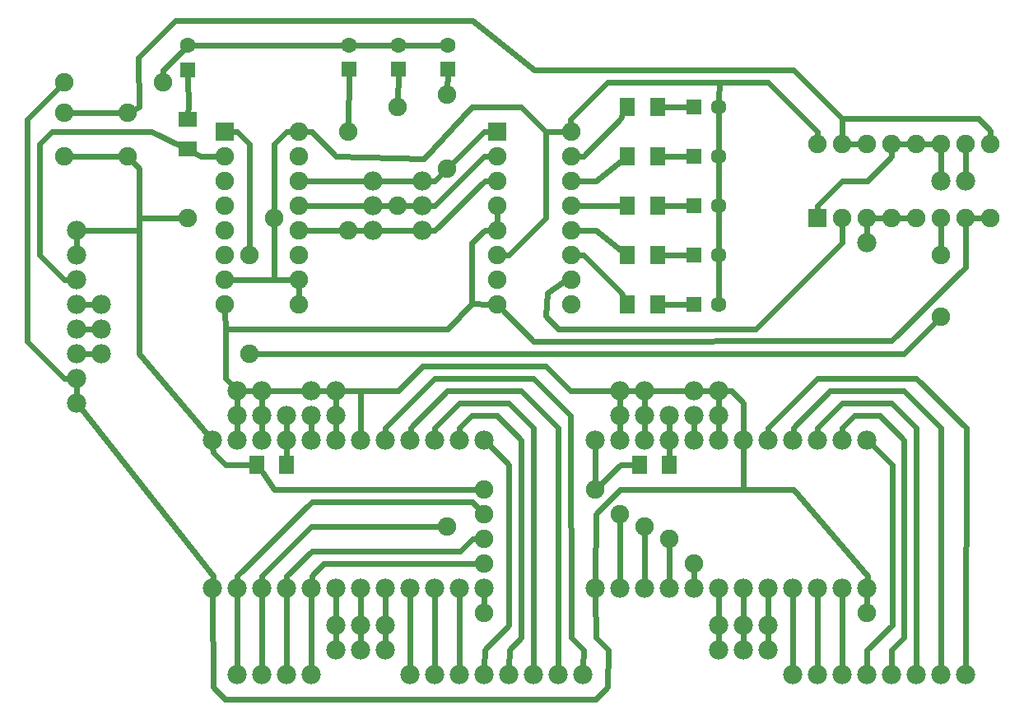
<source format=gbl>
G04 MADE WITH FRITZING*
G04 WWW.FRITZING.ORG*
G04 SINGLE SIDED*
G04 HOLES NOT PLATED*
G04 CONTOUR ON CENTER OF CONTOUR VECTOR*
%ASAXBY*%
%FSLAX23Y23*%
%MOIN*%
%OFA0B0*%
%SFA1.0B1.0*%
%ADD10C,0.075000*%
%ADD11C,0.078000*%
%ADD12C,0.062992*%
%ADD13R,0.075000X0.075000*%
%ADD14R,0.062992X0.074803*%
%ADD15R,0.062992X0.062992*%
%ADD16R,0.074803X0.062992*%
%ADD17C,0.024000*%
%LNCOPPER0*%
G90*
G70*
G54D10*
X393Y2475D03*
X649Y2475D03*
X393Y2298D03*
X649Y2298D03*
G54D11*
X3043Y1248D03*
X3043Y1348D03*
X2743Y1348D03*
X2643Y1348D03*
X2743Y1348D03*
X2643Y1348D03*
X2643Y1248D03*
X2743Y1248D03*
X1493Y1248D03*
X1493Y1348D03*
X1193Y1348D03*
X1093Y1348D03*
X1193Y1348D03*
X1093Y1348D03*
X1093Y1248D03*
X1193Y1248D03*
X2943Y1248D03*
X2943Y1348D03*
X3643Y1948D03*
X2843Y1248D03*
X1293Y1248D03*
X1393Y1248D03*
X1393Y1348D03*
X543Y1498D03*
X543Y1598D03*
X543Y1698D03*
X3943Y2198D03*
X4043Y2198D03*
X443Y1998D03*
X443Y1898D03*
X443Y1798D03*
X443Y1698D03*
X443Y1598D03*
X443Y1498D03*
X443Y1398D03*
X443Y1298D03*
X1643Y2198D03*
X1643Y2098D03*
X1643Y1998D03*
X1843Y2198D03*
X1843Y2098D03*
X1843Y1998D03*
X3243Y298D03*
X3143Y298D03*
X3043Y298D03*
X1693Y298D03*
X1593Y298D03*
X1493Y298D03*
X1693Y398D03*
X1593Y398D03*
X1493Y398D03*
X3243Y398D03*
X3143Y398D03*
X3043Y398D03*
G54D10*
X793Y2598D03*
X393Y2598D03*
X1243Y2048D03*
X893Y2048D03*
X1143Y1498D03*
X1143Y1898D03*
X1043Y2398D03*
X1343Y2398D03*
X1043Y2298D03*
X1343Y2298D03*
X1043Y2198D03*
X1343Y2198D03*
X1043Y2098D03*
X1343Y2098D03*
X1043Y1998D03*
X1343Y1998D03*
X1043Y1898D03*
X1343Y1898D03*
X1043Y1798D03*
X1343Y1798D03*
X1043Y1698D03*
X1343Y1698D03*
X2144Y2399D03*
X2444Y2399D03*
X2144Y2299D03*
X2444Y2299D03*
X2144Y2199D03*
X2444Y2199D03*
X2144Y2099D03*
X2444Y2099D03*
X2144Y1999D03*
X2444Y1999D03*
X2144Y1899D03*
X2444Y1899D03*
X2144Y1799D03*
X2444Y1799D03*
X2144Y1699D03*
X2444Y1699D03*
X3443Y2048D03*
X3443Y2348D03*
X3543Y2048D03*
X3543Y2348D03*
X3643Y2048D03*
X3643Y2348D03*
X3743Y2048D03*
X3743Y2348D03*
X3843Y2048D03*
X3843Y2348D03*
X3943Y2048D03*
X3943Y2348D03*
X4043Y2048D03*
X4043Y2348D03*
G54D11*
X2543Y548D03*
X2643Y548D03*
X2743Y548D03*
X2843Y548D03*
X2943Y548D03*
X3043Y548D03*
X3143Y548D03*
X3243Y548D03*
X3343Y548D03*
X3443Y548D03*
X3543Y548D03*
X3643Y548D03*
X993Y548D03*
X1093Y548D03*
X1193Y548D03*
X1293Y548D03*
X1393Y548D03*
X1493Y548D03*
X1593Y548D03*
X1693Y548D03*
X1793Y548D03*
X1893Y548D03*
X1993Y548D03*
X2093Y548D03*
X2543Y1148D03*
X2643Y1148D03*
X2743Y1148D03*
X2843Y1148D03*
X2943Y1148D03*
X3043Y1148D03*
X3143Y1148D03*
X3243Y1148D03*
X3343Y1148D03*
X3443Y1148D03*
X3543Y1148D03*
X3643Y1148D03*
X993Y1148D03*
X1093Y1148D03*
X1193Y1148D03*
X1293Y1148D03*
X1393Y1148D03*
X1493Y1148D03*
X1593Y1148D03*
X1693Y1148D03*
X1793Y1148D03*
X1893Y1148D03*
X1993Y1148D03*
X2093Y1148D03*
X3343Y198D03*
X3443Y198D03*
X3543Y198D03*
X3643Y198D03*
X3743Y198D03*
X3843Y198D03*
X3943Y198D03*
X4043Y198D03*
X1793Y198D03*
X1893Y198D03*
X1993Y198D03*
X2093Y198D03*
X2193Y198D03*
X2293Y198D03*
X2393Y198D03*
X2493Y198D03*
X1093Y198D03*
X1193Y198D03*
X1293Y198D03*
X1393Y198D03*
G54D10*
X2093Y448D03*
X3643Y448D03*
X2093Y948D03*
X2543Y948D03*
X2093Y848D03*
X2643Y848D03*
X1943Y798D03*
X2743Y798D03*
X2093Y748D03*
X2843Y748D03*
X2093Y648D03*
X2943Y648D03*
G54D12*
X2942Y1899D03*
X3041Y1899D03*
X2942Y1699D03*
X3041Y1699D03*
X2942Y2099D03*
X3041Y2099D03*
X2942Y2299D03*
X3041Y2299D03*
X2942Y2499D03*
X3041Y2499D03*
X1944Y2650D03*
X1944Y2749D03*
X1744Y2650D03*
X1744Y2749D03*
X893Y2648D03*
X893Y2747D03*
X1544Y2650D03*
X1544Y2749D03*
G54D10*
X4143Y2348D03*
X4143Y2048D03*
X1943Y2248D03*
X1943Y2548D03*
X1743Y2098D03*
X1743Y2498D03*
X1543Y1998D03*
X1543Y2398D03*
X3943Y1898D03*
X3943Y1648D03*
G54D13*
X1043Y2398D03*
X2144Y2399D03*
X3443Y2048D03*
G54D14*
X1293Y1048D03*
X1171Y1048D03*
X2843Y1048D03*
X2721Y1048D03*
G54D15*
X2942Y1899D03*
X2942Y1699D03*
X2942Y2099D03*
X2942Y2299D03*
X2942Y2499D03*
X1944Y2650D03*
X1744Y2650D03*
X893Y2648D03*
X1544Y2650D03*
G54D14*
X2672Y1699D03*
X2794Y1699D03*
X2672Y1899D03*
X2794Y1899D03*
X2672Y2099D03*
X2794Y2099D03*
X2672Y2299D03*
X2794Y2299D03*
G54D16*
X893Y2326D03*
X893Y2448D03*
G54D14*
X2672Y2499D03*
X2794Y2499D03*
G54D17*
X1293Y1178D02*
X1293Y1218D01*
D02*
X2843Y1178D02*
X2843Y1218D01*
D02*
X1044Y1597D02*
X1044Y1398D01*
D02*
X1044Y1398D02*
X1072Y1370D01*
D02*
X1043Y1669D02*
X1044Y1597D01*
D02*
X1293Y1118D02*
X1293Y1080D01*
D02*
X1243Y947D02*
X1194Y1016D01*
D02*
X243Y1547D02*
X391Y1398D01*
D02*
X391Y1398D02*
X413Y1398D01*
D02*
X243Y2449D02*
X243Y1547D01*
D02*
X373Y2578D02*
X243Y2449D01*
D02*
X792Y2647D02*
X792Y2627D01*
D02*
X874Y2728D02*
X792Y2647D01*
D02*
X1243Y1799D02*
X1071Y1798D01*
D02*
X694Y2048D02*
X864Y2048D01*
D02*
X473Y1498D02*
X513Y1498D01*
D02*
X473Y1598D02*
X513Y1598D01*
D02*
X473Y1698D02*
X513Y1698D01*
D02*
X3643Y1978D02*
X3643Y2019D01*
D02*
X620Y2475D02*
X421Y2475D01*
D02*
X3543Y2450D02*
X3543Y2377D01*
D02*
X2294Y2648D02*
X3345Y2648D01*
D02*
X2044Y2848D02*
X2294Y2648D01*
D02*
X843Y2849D02*
X2044Y2848D01*
D02*
X3345Y2648D02*
X3543Y2450D01*
D02*
X3571Y2348D02*
X3614Y2348D01*
D02*
X3243Y2598D02*
X3442Y2399D01*
D02*
X2443Y2449D02*
X2592Y2598D01*
D02*
X3045Y2598D02*
X3243Y2598D01*
D02*
X3442Y2399D02*
X3443Y2377D01*
D02*
X2592Y2598D02*
X3045Y2598D01*
D02*
X2443Y2427D02*
X2443Y2449D01*
D02*
X3814Y2348D02*
X3771Y2348D01*
D02*
X3871Y2348D02*
X3914Y2348D01*
D02*
X3442Y2097D02*
X3543Y2198D01*
D02*
X3742Y2298D02*
X3742Y2319D01*
D02*
X3644Y2198D02*
X3742Y2298D01*
D02*
X3543Y2198D02*
X3644Y2198D01*
D02*
X3443Y2077D02*
X3442Y2097D01*
D02*
X3943Y2319D02*
X3943Y2228D01*
D02*
X4043Y2319D02*
X4043Y2228D01*
D02*
X3743Y1550D02*
X2292Y1549D01*
D02*
X2292Y1549D02*
X2164Y1678D01*
D02*
X4043Y1849D02*
X3743Y1550D01*
D02*
X4043Y2019D02*
X4043Y1849D01*
D02*
X2342Y1650D02*
X2393Y1599D01*
D02*
X3543Y1948D02*
X3543Y2019D01*
D02*
X2393Y1599D02*
X3193Y1599D01*
D02*
X3193Y1599D02*
X3543Y1948D01*
D02*
X2349Y1743D02*
X2342Y1650D01*
D02*
X3714Y2048D02*
X3671Y2048D01*
D02*
X3771Y2048D02*
X3814Y2048D01*
D02*
X3943Y2019D02*
X3943Y1927D01*
D02*
X1813Y2098D02*
X1771Y2098D01*
D02*
X1893Y2197D02*
X1923Y2228D01*
D02*
X1873Y2198D02*
X1893Y2197D01*
D02*
X1813Y1998D02*
X1673Y1998D01*
D02*
X1714Y2098D02*
X1673Y2098D01*
D02*
X1813Y2198D02*
X1673Y2198D01*
D02*
X3644Y597D02*
X3344Y947D01*
D02*
X3344Y947D02*
X3143Y947D01*
D02*
X3643Y578D02*
X3644Y597D01*
D02*
X1593Y1349D02*
X1523Y1348D01*
D02*
X1744Y1349D02*
X1593Y1349D01*
D02*
X2913Y1348D02*
X2773Y1348D01*
D02*
X2343Y1448D02*
X1842Y1448D01*
D02*
X2442Y1349D02*
X2343Y1448D01*
D02*
X1423Y1348D02*
X1463Y1348D01*
D02*
X1842Y1448D02*
X1744Y1349D01*
D02*
X2943Y578D02*
X2943Y619D01*
D02*
X2843Y578D02*
X2843Y719D01*
D02*
X2743Y578D02*
X2743Y769D01*
D02*
X2643Y578D02*
X2643Y819D01*
D02*
X1493Y518D02*
X1493Y428D01*
D02*
X1593Y518D02*
X1593Y428D01*
D02*
X1693Y518D02*
X1693Y428D01*
D02*
X3043Y518D02*
X3043Y428D01*
D02*
X3143Y518D02*
X3143Y428D01*
D02*
X3243Y518D02*
X3243Y428D01*
D02*
X3343Y228D02*
X3343Y518D01*
D02*
X3443Y228D02*
X3443Y518D01*
D02*
X3543Y228D02*
X3543Y518D01*
D02*
X3741Y297D02*
X3742Y228D01*
D02*
X3842Y1199D02*
X3843Y228D01*
D02*
X3943Y1199D02*
X3943Y228D01*
D02*
X3842Y1397D02*
X3442Y1397D01*
D02*
X3243Y1199D02*
X3243Y1178D01*
D02*
X3442Y1397D02*
X3243Y1199D01*
D02*
X4044Y1199D02*
X3842Y1397D01*
D02*
X4043Y228D02*
X4044Y1199D01*
D02*
X1793Y518D02*
X1793Y228D01*
D02*
X1893Y518D02*
X1893Y228D01*
D02*
X1993Y518D02*
X1993Y228D01*
D02*
X2194Y297D02*
X2193Y228D01*
D02*
X2094Y297D02*
X2093Y228D01*
D02*
X2292Y1397D02*
X1892Y1397D01*
D02*
X1693Y1199D02*
X1693Y1178D01*
D02*
X2495Y297D02*
X2445Y347D01*
D02*
X2445Y347D02*
X2443Y1249D01*
D02*
X1892Y1397D02*
X1693Y1199D01*
D02*
X2443Y1249D02*
X2292Y1397D01*
D02*
X2493Y228D02*
X2495Y297D01*
D02*
X1093Y518D02*
X1093Y228D01*
D02*
X1193Y518D02*
X1193Y228D01*
D02*
X1293Y518D02*
X1293Y228D01*
D02*
X1393Y518D02*
X1393Y228D01*
D02*
X994Y149D02*
X993Y518D01*
D02*
X2592Y149D02*
X2544Y99D01*
D02*
X2595Y297D02*
X2592Y149D01*
D02*
X2545Y347D02*
X2595Y297D01*
D02*
X1042Y99D02*
X994Y149D01*
D02*
X2544Y99D02*
X1042Y99D01*
D02*
X2543Y518D02*
X2545Y347D01*
D02*
X2544Y849D02*
X2543Y578D01*
D02*
X2642Y947D02*
X2544Y849D01*
D02*
X3143Y947D02*
X2642Y947D01*
D02*
X2820Y2499D02*
X2916Y2499D01*
D02*
X2820Y2299D02*
X2916Y2299D01*
D02*
X2820Y2099D02*
X2916Y2099D01*
D02*
X2820Y1899D02*
X2916Y1899D01*
D02*
X2820Y1699D02*
X2916Y1699D01*
D02*
X3041Y1872D02*
X3041Y1726D01*
D02*
X3041Y1926D02*
X3041Y2072D01*
D02*
X3041Y2126D02*
X3041Y2272D01*
D02*
X3041Y2326D02*
X3041Y2472D01*
D02*
X3045Y2598D02*
X3042Y2526D01*
D02*
X2349Y1743D02*
X2458Y1820D01*
D02*
X1517Y2749D02*
X920Y2747D01*
D02*
X894Y2498D02*
X893Y2474D01*
D02*
X893Y2621D02*
X894Y2498D01*
D02*
X944Y2298D02*
X925Y2308D01*
D02*
X1014Y2298D02*
X944Y2298D01*
D02*
X4114Y2048D02*
X4071Y2048D01*
D02*
X4141Y2400D02*
X4142Y2377D01*
D02*
X4095Y2450D02*
X4141Y2400D01*
D02*
X3543Y2450D02*
X4095Y2450D01*
D02*
X694Y1998D02*
X694Y1497D01*
D02*
X694Y2048D02*
X694Y1998D01*
D02*
X694Y2248D02*
X694Y2048D01*
D02*
X694Y1497D02*
X973Y1171D01*
D02*
X668Y2277D02*
X694Y2248D01*
D02*
X994Y597D02*
X993Y578D01*
D02*
X461Y1274D02*
X994Y597D01*
D02*
X692Y2698D02*
X694Y2498D01*
D02*
X694Y2498D02*
X674Y2488D01*
D02*
X843Y2849D02*
X692Y2698D01*
D02*
X342Y2399D02*
X744Y2398D01*
D02*
X744Y2398D02*
X861Y2341D01*
D02*
X292Y2349D02*
X342Y2399D01*
D02*
X292Y1898D02*
X292Y2349D01*
D02*
X391Y1799D02*
X292Y1898D01*
D02*
X391Y1799D02*
X413Y1799D01*
D02*
X443Y1968D02*
X443Y1928D01*
D02*
X443Y1328D02*
X443Y1368D01*
D02*
X620Y2298D02*
X421Y2298D01*
D02*
X1342Y1349D02*
X1223Y1348D01*
D02*
X1363Y1348D02*
X1342Y1349D01*
D02*
X2442Y1349D02*
X2613Y1348D01*
D02*
X1693Y328D02*
X1693Y368D01*
D02*
X1593Y328D02*
X1593Y368D01*
D02*
X1493Y328D02*
X1493Y368D01*
D02*
X3043Y328D02*
X3043Y368D01*
D02*
X3143Y328D02*
X3143Y368D01*
D02*
X3243Y328D02*
X3243Y368D01*
D02*
X1392Y799D02*
X1914Y798D01*
D02*
X1393Y1178D02*
X1393Y1218D01*
D02*
X1193Y1178D02*
X1193Y1218D01*
D02*
X1093Y1178D02*
X1093Y1218D01*
D02*
X1163Y1348D02*
X1123Y1348D01*
D02*
X1493Y1178D02*
X1493Y1218D01*
D02*
X1593Y1349D02*
X1593Y1178D01*
D02*
X1093Y1278D02*
X1093Y1318D01*
D02*
X1193Y1278D02*
X1193Y1318D01*
D02*
X1493Y1278D02*
X1493Y1318D01*
D02*
X2743Y1178D02*
X2743Y1218D01*
D02*
X2643Y1178D02*
X2643Y1218D01*
D02*
X2673Y1348D02*
X2713Y1348D01*
D02*
X2943Y1178D02*
X2943Y1218D01*
D02*
X3143Y947D02*
X3143Y1118D01*
D02*
X3043Y1278D02*
X3043Y1318D01*
D02*
X2973Y1348D02*
X3013Y1348D01*
D02*
X3043Y1218D02*
X3043Y1178D01*
D02*
X3094Y1349D02*
X3143Y1299D01*
D02*
X3143Y1299D02*
X3143Y1178D01*
D02*
X3073Y1348D02*
X3094Y1349D01*
D02*
X2743Y1318D02*
X2743Y1278D01*
D02*
X2643Y1318D02*
X2643Y1278D01*
D02*
X694Y1998D02*
X473Y1998D01*
D02*
X2193Y1049D02*
X2193Y397D01*
D02*
X2193Y397D02*
X2094Y297D01*
D02*
X2114Y1127D02*
X2193Y1049D01*
D02*
X2393Y1199D02*
X2393Y228D01*
D02*
X1942Y1347D02*
X2242Y1347D01*
D02*
X2242Y1347D02*
X2393Y1199D01*
D02*
X1794Y1178D02*
X1794Y1199D01*
D02*
X1794Y1199D02*
X1942Y1347D01*
D02*
X2292Y1199D02*
X2193Y1297D01*
D02*
X2193Y1297D02*
X1993Y1299D01*
D02*
X1993Y1299D02*
X1892Y1199D01*
D02*
X1892Y1199D02*
X1892Y1178D01*
D02*
X2293Y228D02*
X2292Y1199D01*
D02*
X2194Y297D02*
X2243Y348D01*
D02*
X2243Y348D02*
X2242Y1148D01*
D02*
X2242Y1148D02*
X2144Y1249D01*
D02*
X2144Y1249D02*
X2043Y1249D01*
D02*
X2043Y1249D02*
X1993Y1199D01*
D02*
X1993Y1199D02*
X1993Y1178D01*
D02*
X3641Y297D02*
X3642Y228D01*
D02*
X3744Y398D02*
X3641Y297D01*
D02*
X3744Y1048D02*
X3744Y398D01*
D02*
X3664Y1127D02*
X3744Y1048D01*
D02*
X3791Y347D02*
X3741Y297D01*
D02*
X3792Y1148D02*
X3791Y347D01*
D02*
X3694Y1249D02*
X3792Y1148D01*
D02*
X3593Y1249D02*
X3694Y1249D01*
D02*
X3543Y1199D02*
X3593Y1249D01*
D02*
X3543Y1178D02*
X3543Y1199D01*
D02*
X3442Y1199D02*
X3442Y1178D01*
D02*
X3543Y1299D02*
X3442Y1199D01*
D02*
X3742Y1299D02*
X3543Y1299D01*
D02*
X3842Y1199D02*
X3742Y1299D01*
D02*
X3792Y1347D02*
X3493Y1347D01*
D02*
X3943Y1199D02*
X3792Y1347D01*
D02*
X3344Y1199D02*
X3344Y1178D01*
D02*
X3493Y1347D02*
X3344Y1199D01*
D02*
X3643Y477D02*
X3643Y518D01*
D02*
X2093Y477D02*
X2093Y518D01*
D02*
X1394Y597D02*
X1442Y647D01*
D02*
X1442Y647D02*
X2064Y648D01*
D02*
X1394Y578D02*
X1394Y597D01*
D02*
X1293Y597D02*
X1394Y698D01*
D02*
X1293Y578D02*
X1293Y597D01*
D02*
X2044Y897D02*
X1394Y899D01*
D02*
X2073Y868D02*
X2044Y897D01*
D02*
X1994Y697D02*
X2044Y747D01*
D02*
X2044Y747D02*
X2064Y748D01*
D02*
X1394Y698D02*
X1994Y697D01*
D02*
X1193Y597D02*
X1392Y799D01*
D02*
X1193Y578D02*
X1193Y597D01*
D02*
X1092Y597D02*
X1394Y899D01*
D02*
X1092Y578D02*
X1092Y597D01*
D02*
X2543Y977D02*
X2543Y1118D01*
D02*
X1044Y1048D02*
X1145Y1048D01*
D02*
X1243Y947D02*
X2064Y948D01*
D02*
X994Y1099D02*
X1044Y1048D01*
D02*
X993Y1118D02*
X994Y1099D01*
D02*
X2843Y1080D02*
X2843Y1118D01*
D02*
X2644Y1048D02*
X2695Y1048D01*
D02*
X2563Y968D02*
X2644Y1048D01*
D02*
X2092Y2398D02*
X1963Y2268D01*
D02*
X1613Y2198D02*
X1371Y2198D01*
D02*
X2115Y2398D02*
X2092Y2398D01*
D02*
X1873Y2098D02*
X1893Y2098D01*
D02*
X2092Y2299D02*
X2115Y2299D01*
D02*
X1893Y2098D02*
X2092Y2299D01*
D02*
X1371Y2098D02*
X1613Y2098D01*
D02*
X1613Y1998D02*
X1571Y1998D01*
D02*
X1514Y1998D02*
X1371Y1998D01*
D02*
X1893Y1999D02*
X1873Y1999D01*
D02*
X2094Y2199D02*
X1893Y1999D01*
D02*
X2115Y2199D02*
X2094Y2199D01*
D02*
X1343Y1769D02*
X1343Y1727D01*
D02*
X1243Y1799D02*
X1314Y1798D01*
D02*
X1243Y2019D02*
X1243Y1799D01*
D02*
X1243Y2349D02*
X1243Y2077D01*
D02*
X1293Y2399D02*
X1243Y2349D01*
D02*
X1314Y2399D02*
X1293Y2399D01*
D02*
X2043Y1948D02*
X2043Y1700D01*
D02*
X2094Y1999D02*
X2043Y1948D01*
D02*
X2115Y1999D02*
X2094Y1999D01*
D02*
X2043Y1700D02*
X2115Y1699D01*
D02*
X2144Y2027D02*
X2144Y2070D01*
D02*
X2192Y1898D02*
X2172Y1898D01*
D02*
X2343Y2049D02*
X2192Y1898D01*
D02*
X2343Y2398D02*
X2343Y2049D01*
D02*
X2415Y2399D02*
X2343Y2398D01*
D02*
X1394Y2399D02*
X1371Y2399D01*
D02*
X2241Y2496D02*
X2043Y2497D01*
D02*
X2043Y2497D02*
X1849Y2288D01*
D02*
X2343Y2398D02*
X2241Y2496D01*
D02*
X1492Y2299D02*
X1394Y2399D01*
D02*
X1849Y2288D02*
X1492Y2299D01*
D02*
X1944Y1597D02*
X1044Y1597D01*
D02*
X2043Y1700D02*
X1944Y1597D01*
D02*
X1717Y2749D02*
X1571Y2749D01*
D02*
X1771Y2749D02*
X1917Y2749D01*
D02*
X1544Y2624D02*
X1543Y2427D01*
D02*
X1944Y2624D02*
X1943Y2577D01*
D02*
X1744Y2624D02*
X1743Y2527D01*
D02*
X2644Y2450D02*
X2494Y2298D01*
D02*
X2494Y2298D02*
X2472Y2298D01*
D02*
X2653Y2467D02*
X2644Y2450D01*
D02*
X2545Y2199D02*
X2646Y2279D01*
D02*
X2472Y2199D02*
X2545Y2199D01*
D02*
X2646Y2099D02*
X2472Y2099D01*
D02*
X2545Y1999D02*
X2472Y1999D01*
D02*
X2646Y1919D02*
X2545Y1999D01*
D02*
X2644Y1749D02*
X2654Y1731D01*
D02*
X2494Y1898D02*
X2644Y1749D01*
D02*
X2472Y1898D02*
X2494Y1898D01*
D02*
X3791Y1498D02*
X3923Y1628D01*
D02*
X1171Y1498D02*
X3791Y1498D01*
D02*
X1092Y2399D02*
X1142Y2349D01*
D02*
X1142Y2349D02*
X1143Y1927D01*
D02*
X1071Y2399D02*
X1092Y2399D01*
G04 End of Copper0*
M02*
</source>
